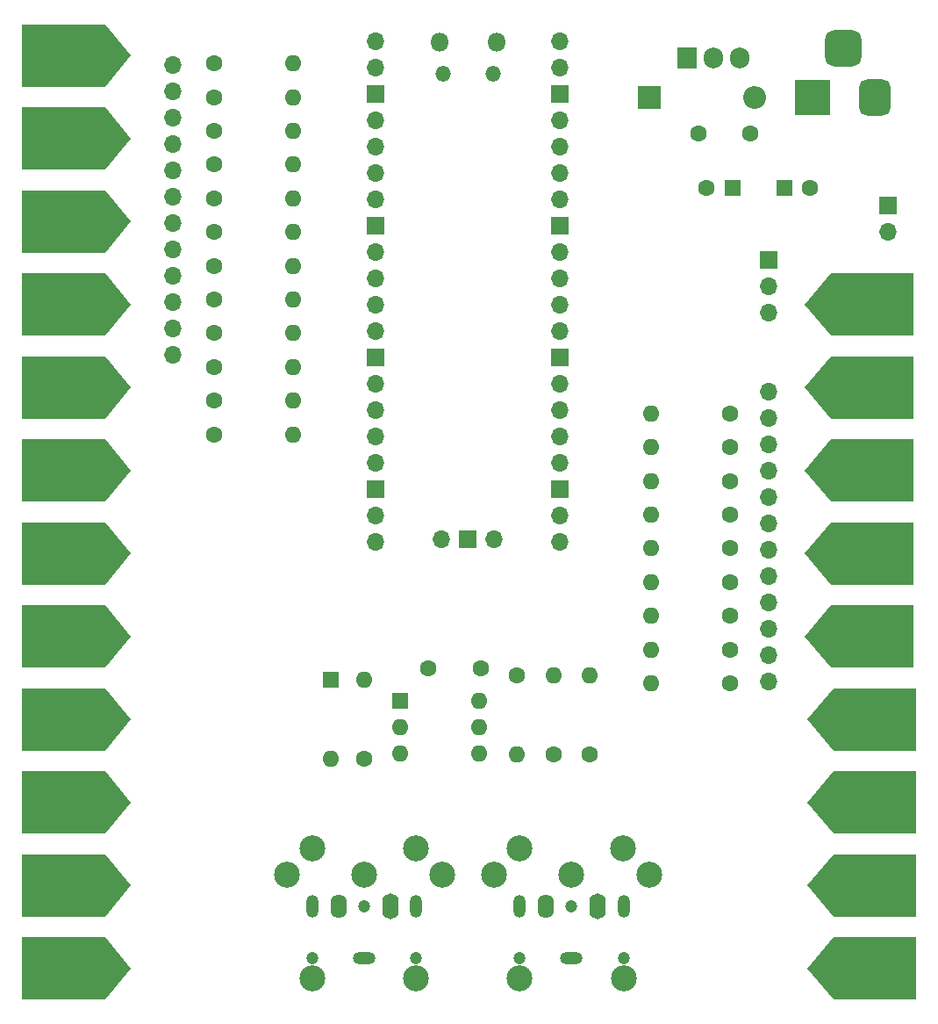
<source format=gbr>
%TF.GenerationSoftware,KiCad,Pcbnew,8.0.7*%
%TF.CreationDate,2025-02-02T12:47:19+00:00*%
%TF.ProjectId,PicoMIDITouchBoard,5069636f-4d49-4444-9954-6f756368426f,rev?*%
%TF.SameCoordinates,Original*%
%TF.FileFunction,Soldermask,Bot*%
%TF.FilePolarity,Negative*%
%FSLAX46Y46*%
G04 Gerber Fmt 4.6, Leading zero omitted, Abs format (unit mm)*
G04 Created by KiCad (PCBNEW 8.0.7) date 2025-02-02 12:47:19*
%MOMM*%
%LPD*%
G01*
G04 APERTURE LIST*
G04 Aperture macros list*
%AMRoundRect*
0 Rectangle with rounded corners*
0 $1 Rounding radius*
0 $2 $3 $4 $5 $6 $7 $8 $9 X,Y pos of 4 corners*
0 Add a 4 corners polygon primitive as box body*
4,1,4,$2,$3,$4,$5,$6,$7,$8,$9,$2,$3,0*
0 Add four circle primitives for the rounded corners*
1,1,$1+$1,$2,$3*
1,1,$1+$1,$4,$5*
1,1,$1+$1,$6,$7*
1,1,$1+$1,$8,$9*
0 Add four rect primitives between the rounded corners*
20,1,$1+$1,$2,$3,$4,$5,0*
20,1,$1+$1,$4,$5,$6,$7,0*
20,1,$1+$1,$6,$7,$8,$9,0*
20,1,$1+$1,$8,$9,$2,$3,0*%
G04 Aperture macros list end*
%ADD10C,0.000000*%
%ADD11C,6.000000*%
%ADD12C,1.600000*%
%ADD13O,1.600000X1.600000*%
%ADD14R,1.700000X1.700000*%
%ADD15O,1.700000X1.700000*%
%ADD16C,2.499360*%
%ADD17R,2.200000X2.200000*%
%ADD18O,2.200000X2.200000*%
%ADD19R,1.600000X1.600000*%
%ADD20R,3.500000X3.500000*%
%ADD21RoundRect,0.750000X0.750000X1.000000X-0.750000X1.000000X-0.750000X-1.000000X0.750000X-1.000000X0*%
%ADD22RoundRect,0.875000X0.875000X0.875000X-0.875000X0.875000X-0.875000X-0.875000X0.875000X-0.875000X0*%
%ADD23O,1.800000X1.800000*%
%ADD24O,1.500000X1.500000*%
%ADD25R,1.905000X2.000000*%
%ADD26O,1.905000X2.000000*%
%ADD27C,1.200000*%
%ADD28O,1.200000X2.200000*%
%ADD29O,1.600000X2.300000*%
%ADD30O,2.200000X1.200000*%
%ADD31O,1.600000X2.500000*%
G04 APERTURE END LIST*
D10*
%TO.C,J23*%
G36*
X136500000Y-112250000D02*
G01*
X128500000Y-112250000D01*
X126000000Y-109250000D01*
X128500000Y-106250000D01*
X136500000Y-106250000D01*
X136500000Y-112250000D01*
G37*
%TO.C,J10*%
G36*
X61000000Y-77250000D02*
G01*
X58500000Y-80250000D01*
X50500000Y-80250000D01*
X50500000Y-74250000D01*
X58500000Y-74250000D01*
X61000000Y-77250000D01*
G37*
%TO.C,J12*%
G36*
X61000000Y-93250000D02*
G01*
X58500000Y-96250000D01*
X50500000Y-96250000D01*
X50500000Y-90250000D01*
X58500000Y-90250000D01*
X61000000Y-93250000D01*
G37*
%TO.C,J6*%
G36*
X61000000Y-53250000D02*
G01*
X58500000Y-56250000D01*
X50500000Y-56250000D01*
X50500000Y-50250000D01*
X58500000Y-50250000D01*
X61000000Y-53250000D01*
G37*
%TO.C,J22*%
G36*
X136750000Y-120250000D02*
G01*
X128750000Y-120250000D01*
X126250000Y-117250000D01*
X128750000Y-114250000D01*
X136750000Y-114250000D01*
X136750000Y-120250000D01*
G37*
%TO.C,J26*%
G36*
X136500000Y-88250000D02*
G01*
X128500000Y-88250000D01*
X126000000Y-85250000D01*
X128500000Y-82250000D01*
X136500000Y-82250000D01*
X136500000Y-88250000D01*
G37*
%TO.C,J20*%
G36*
X136750000Y-136250000D02*
G01*
X128750000Y-136250000D01*
X126250000Y-133250000D01*
X128750000Y-130250000D01*
X136750000Y-130250000D01*
X136750000Y-136250000D01*
G37*
%TO.C,J21*%
G36*
X136750000Y-128250000D02*
G01*
X128750000Y-128250000D01*
X126250000Y-125250000D01*
X128750000Y-122250000D01*
X136750000Y-122250000D01*
X136750000Y-128250000D01*
G37*
%TO.C,J19*%
G36*
X136750000Y-144250000D02*
G01*
X128750000Y-144250000D01*
X126250000Y-141250000D01*
X128750000Y-138250000D01*
X136750000Y-138250000D01*
X136750000Y-144250000D01*
G37*
%TO.C,J13*%
G36*
X61000000Y-101250000D02*
G01*
X58500000Y-104250000D01*
X50500000Y-104250000D01*
X50500000Y-98250000D01*
X58500000Y-98250000D01*
X61000000Y-101250000D01*
G37*
%TO.C,J27*%
G36*
X136500000Y-80250000D02*
G01*
X128500000Y-80250000D01*
X126000000Y-77250000D01*
X128500000Y-74250000D01*
X136500000Y-74250000D01*
X136500000Y-80250000D01*
G37*
%TO.C,J25*%
G36*
X136500000Y-96250000D02*
G01*
X128500000Y-96250000D01*
X126000000Y-93250000D01*
X128500000Y-90250000D01*
X136500000Y-90250000D01*
X136500000Y-96250000D01*
G37*
%TO.C,J16*%
G36*
X61000000Y-125250000D02*
G01*
X58500000Y-128250000D01*
X50500000Y-128250000D01*
X50500000Y-122250000D01*
X58500000Y-122250000D01*
X61000000Y-125250000D01*
G37*
%TO.C,J11*%
G36*
X61000000Y-85250000D02*
G01*
X58500000Y-88250000D01*
X50500000Y-88250000D01*
X50500000Y-82250000D01*
X58500000Y-82250000D01*
X61000000Y-85250000D01*
G37*
%TO.C,J9*%
G36*
X61000000Y-69250000D02*
G01*
X58500000Y-72250000D01*
X50500000Y-72250000D01*
X50500000Y-66250000D01*
X58500000Y-66250000D01*
X61000000Y-69250000D01*
G37*
%TO.C,J17*%
G36*
X61000000Y-133250000D02*
G01*
X58500000Y-136250000D01*
X50500000Y-136250000D01*
X50500000Y-130250000D01*
X58500000Y-130250000D01*
X61000000Y-133250000D01*
G37*
%TO.C,J14*%
G36*
X61000000Y-109250000D02*
G01*
X58500000Y-112250000D01*
X50500000Y-112250000D01*
X50500000Y-106250000D01*
X58500000Y-106250000D01*
X61000000Y-109250000D01*
G37*
%TO.C,J15*%
G36*
X61000000Y-117250000D02*
G01*
X58500000Y-120250000D01*
X50500000Y-120250000D01*
X50500000Y-114250000D01*
X58500000Y-114250000D01*
X61000000Y-117250000D01*
G37*
%TO.C,J24*%
G36*
X136500000Y-104250000D02*
G01*
X128500000Y-104250000D01*
X126000000Y-101250000D01*
X128500000Y-98250000D01*
X136500000Y-98250000D01*
X136500000Y-104250000D01*
G37*
%TO.C,J8*%
G36*
X61000000Y-61250000D02*
G01*
X58500000Y-64250000D01*
X50500000Y-64250000D01*
X50500000Y-58250000D01*
X58500000Y-58250000D01*
X61000000Y-61250000D01*
G37*
%TO.C,J18*%
G36*
X61000000Y-141250000D02*
G01*
X58500000Y-144250000D01*
X50500000Y-144250000D01*
X50500000Y-138250000D01*
X58500000Y-138250000D01*
X61000000Y-141250000D01*
G37*
%TD*%
D11*
%TO.C,J23*%
X133500000Y-109250000D03*
%TD*%
%TO.C,J10*%
X53500000Y-77250000D03*
%TD*%
%TO.C,J12*%
X53500000Y-93250000D03*
%TD*%
%TO.C,J6*%
X53500000Y-53250000D03*
%TD*%
%TO.C,J22*%
X133750000Y-117250000D03*
%TD*%
%TO.C,J26*%
X133500000Y-85250000D03*
%TD*%
%TO.C,J20*%
X133750000Y-133250000D03*
%TD*%
%TO.C,J21*%
X133750000Y-125250000D03*
%TD*%
%TO.C,J19*%
X133750000Y-141250000D03*
%TD*%
%TO.C,J13*%
X53500000Y-101250000D03*
%TD*%
%TO.C,J27*%
X133500000Y-77250000D03*
%TD*%
%TO.C,J25*%
X133500000Y-93250000D03*
%TD*%
%TO.C,J16*%
X53500000Y-125250000D03*
%TD*%
%TO.C,J11*%
X53500000Y-85250000D03*
%TD*%
%TO.C,J9*%
X53500000Y-69250000D03*
%TD*%
%TO.C,J17*%
X53500000Y-133250000D03*
%TD*%
%TO.C,J14*%
X53500000Y-109250000D03*
%TD*%
%TO.C,J15*%
X53500000Y-117250000D03*
%TD*%
%TO.C,J24*%
X133500000Y-101250000D03*
%TD*%
%TO.C,J8*%
X53500000Y-61250000D03*
%TD*%
%TO.C,J18*%
X53500000Y-141250000D03*
%TD*%
D12*
%TO.C,R8*%
X69000000Y-63750000D03*
D13*
X76620000Y-63750000D03*
%TD*%
D12*
%TO.C,R18*%
X118750000Y-110500000D03*
D13*
X111130000Y-110500000D03*
%TD*%
D12*
%TO.C,R9*%
X69000000Y-67000000D03*
D13*
X76620000Y-67000000D03*
%TD*%
D14*
%TO.C,J7*%
X122500000Y-72930000D03*
D15*
X122500000Y-75470000D03*
X122500000Y-78010000D03*
%TD*%
D16*
%TO.C,J3*%
X78498740Y-142197700D03*
X88501260Y-142197700D03*
X90998080Y-132202800D03*
X83500000Y-132200260D03*
X76001920Y-132202800D03*
X88496180Y-129700900D03*
X78503820Y-129700900D03*
%TD*%
D17*
%TO.C,D1*%
X111000000Y-57250000D03*
D18*
X121160000Y-57250000D03*
%TD*%
D16*
%TO.C,J4*%
X98498740Y-142197700D03*
X108501260Y-142197700D03*
X110998080Y-132202800D03*
X103500000Y-132200260D03*
X96001920Y-132202800D03*
X108496180Y-129700900D03*
X98503820Y-129700900D03*
%TD*%
D12*
%TO.C,C2*%
X94700000Y-112280000D03*
X89700000Y-112280000D03*
%TD*%
D19*
%TO.C,C4*%
X119000000Y-66000000D03*
D12*
X116500000Y-66000000D03*
%TD*%
D20*
%TO.C,J28*%
X126750000Y-57250000D03*
D21*
X132750000Y-57250000D03*
D22*
X129750000Y-52550000D03*
%TD*%
D12*
%TO.C,R20*%
X118750000Y-104000000D03*
D13*
X111130000Y-104000000D03*
%TD*%
D12*
%TO.C,R3*%
X101750000Y-120590000D03*
D13*
X101750000Y-112970000D03*
%TD*%
D12*
%TO.C,R24*%
X118750000Y-91000000D03*
D13*
X111130000Y-91000000D03*
%TD*%
D19*
%TO.C,D2*%
X80250000Y-113440000D03*
D13*
X80250000Y-121060000D03*
%TD*%
D12*
%TO.C,R10*%
X69000000Y-70250000D03*
D13*
X76620000Y-70250000D03*
%TD*%
D12*
%TO.C,R13*%
X69000000Y-80000000D03*
D13*
X76620000Y-80000000D03*
%TD*%
D19*
%TO.C,C3*%
X124000000Y-66000000D03*
D12*
X126500000Y-66000000D03*
%TD*%
%TO.C,R6*%
X69000000Y-57250000D03*
D13*
X76620000Y-57250000D03*
%TD*%
D12*
%TO.C,R22*%
X118750000Y-97500000D03*
D13*
X111130000Y-97500000D03*
%TD*%
D12*
%TO.C,R23*%
X118750000Y-94250000D03*
D13*
X111130000Y-94250000D03*
%TD*%
D14*
%TO.C,J5*%
X134000000Y-67725000D03*
D15*
X134000000Y-70265000D03*
%TD*%
D23*
%TO.C,U1*%
X90775000Y-51970000D03*
D24*
X91075000Y-55000000D03*
X95925000Y-55000000D03*
D23*
X96225000Y-51970000D03*
D15*
X84610000Y-51840000D03*
X84610000Y-54380000D03*
D14*
X84610000Y-56920000D03*
D15*
X84610000Y-59460000D03*
X84610000Y-62000000D03*
X84610000Y-64540000D03*
X84610000Y-67080000D03*
D14*
X84610000Y-69620000D03*
D15*
X84610000Y-72160000D03*
X84610000Y-74700000D03*
X84610000Y-77240000D03*
X84610000Y-79780000D03*
D14*
X84610000Y-82320000D03*
D15*
X84610000Y-84860000D03*
X84610000Y-87400000D03*
X84610000Y-89940000D03*
X84610000Y-92480000D03*
D14*
X84610000Y-95020000D03*
D15*
X84610000Y-97560000D03*
X84610000Y-100100000D03*
X102390000Y-100100000D03*
X102390000Y-97560000D03*
D14*
X102390000Y-95020000D03*
D15*
X102390000Y-92480000D03*
X102390000Y-89940000D03*
X102390000Y-87400000D03*
X102390000Y-84860000D03*
D14*
X102390000Y-82320000D03*
D15*
X102390000Y-79780000D03*
X102390000Y-77240000D03*
X102390000Y-74700000D03*
X102390000Y-72160000D03*
D14*
X102390000Y-69620000D03*
D15*
X102390000Y-67080000D03*
X102390000Y-64540000D03*
X102390000Y-62000000D03*
X102390000Y-59460000D03*
D14*
X102390000Y-56920000D03*
D15*
X102390000Y-54380000D03*
X102390000Y-51840000D03*
X90960000Y-99870000D03*
D14*
X93500000Y-99870000D03*
D15*
X96040000Y-99870000D03*
%TD*%
D12*
%TO.C,R12*%
X69000000Y-76750000D03*
D13*
X76620000Y-76750000D03*
%TD*%
D12*
%TO.C,R25*%
X118750000Y-87750000D03*
D13*
X111130000Y-87750000D03*
%TD*%
D12*
%TO.C,R19*%
X118750000Y-107250000D03*
D13*
X111130000Y-107250000D03*
%TD*%
D12*
%TO.C,R1*%
X83500000Y-121030000D03*
D13*
X83500000Y-113410000D03*
%TD*%
D12*
%TO.C,R11*%
X69000000Y-73500000D03*
D13*
X76620000Y-73500000D03*
%TD*%
D25*
%TO.C,U3*%
X114670000Y-53500000D03*
D26*
X117210000Y-53500000D03*
X119750000Y-53500000D03*
%TD*%
D15*
%TO.C,J30*%
X122500000Y-85630000D03*
X122500000Y-88170000D03*
X122500000Y-90710000D03*
X122500000Y-93250000D03*
X122500000Y-95790000D03*
X122500000Y-98330000D03*
X122500000Y-100870000D03*
X122500000Y-103410000D03*
X122500000Y-105950000D03*
X122500000Y-108490000D03*
X122500000Y-111030000D03*
X122500000Y-113570000D03*
%TD*%
D12*
%TO.C,R5*%
X69000000Y-54000000D03*
D13*
X76620000Y-54000000D03*
%TD*%
D19*
%TO.C,U2*%
X86950000Y-115450000D03*
D13*
X86950000Y-117990000D03*
X86950000Y-120530000D03*
X94570000Y-120530000D03*
X94570000Y-117990000D03*
X94570000Y-115450000D03*
%TD*%
D15*
%TO.C,J29*%
X65000000Y-54130000D03*
X65000000Y-56670000D03*
X65000000Y-59210000D03*
X65000000Y-61750000D03*
X65000000Y-64290000D03*
X65000000Y-66830000D03*
X65000000Y-69370000D03*
X65000000Y-71910000D03*
X65000000Y-74450000D03*
X65000000Y-76990000D03*
X65000000Y-79530000D03*
X65000000Y-82070000D03*
%TD*%
D12*
%TO.C,R4*%
X98200000Y-112970000D03*
D13*
X98200000Y-120590000D03*
%TD*%
D12*
%TO.C,R16*%
X69000000Y-89750000D03*
D13*
X76620000Y-89750000D03*
%TD*%
D27*
%TO.C,J1*%
X78500000Y-140250000D03*
X78500000Y-142750000D03*
X83500000Y-135250000D03*
X88500000Y-140250000D03*
X88500000Y-142750000D03*
D28*
X78500000Y-135250000D03*
D29*
X81000000Y-135250000D03*
D30*
X83500000Y-140250000D03*
D28*
X88500000Y-135250000D03*
D31*
X86000000Y-135250000D03*
%TD*%
D27*
%TO.C,J2*%
X98500000Y-140250000D03*
X98500000Y-142750000D03*
X103500000Y-135250000D03*
X108500000Y-140250000D03*
X108500000Y-142750000D03*
D28*
X98500000Y-135250000D03*
D29*
X101000000Y-135250000D03*
D30*
X103500000Y-140250000D03*
D28*
X108500000Y-135250000D03*
D31*
X106000000Y-135250000D03*
%TD*%
D12*
%TO.C,R21*%
X118750000Y-100750000D03*
D13*
X111130000Y-100750000D03*
%TD*%
D12*
%TO.C,R15*%
X69000000Y-86500000D03*
D13*
X76620000Y-86500000D03*
%TD*%
D12*
%TO.C,R17*%
X118750000Y-113750000D03*
D13*
X111130000Y-113750000D03*
%TD*%
D12*
%TO.C,R7*%
X69000000Y-60500000D03*
D13*
X76620000Y-60500000D03*
%TD*%
D12*
%TO.C,C5*%
X120750000Y-60750000D03*
X115750000Y-60750000D03*
%TD*%
%TO.C,R2*%
X105250000Y-120590000D03*
D13*
X105250000Y-112970000D03*
%TD*%
D12*
%TO.C,R14*%
X69000000Y-83250000D03*
D13*
X76620000Y-83250000D03*
%TD*%
M02*

</source>
